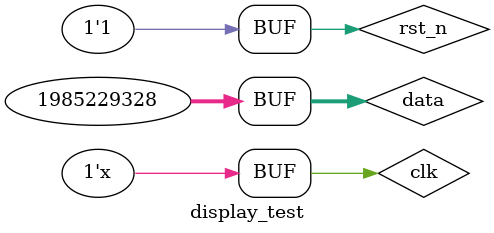
<source format=v>
`timescale 1ns/1ps

module display_test();
    reg clk = 0;
    reg[31:0] data;
    wire[2:0] which;
    wire[7:0] seg;
    reg rst_n = 1; // 复位信号
    wire[14:0] count;
    wire[3:0] digit;


    display display_instance (
        .clk(clk),
        .rst_n(rst_n),
        .data(data),
        .which(which),
        .seg(seg),
        .count(count),
        .digit(digit)
    );

    always #0.01 clk = ~clk; 

    initial begin
        clk = 0;
        rst_n = 1;
        data = 32'hfedc_ba98; #500;
        data = 32'h7654_3210; #500;
        #5 rst_n = 0; // 复位
        #5 rst_n = 1; // 解除复位
        data = 32'hfedc_ba98; #500;
        data = 32'h7654_3210; #500;
    end
endmodule
</source>
